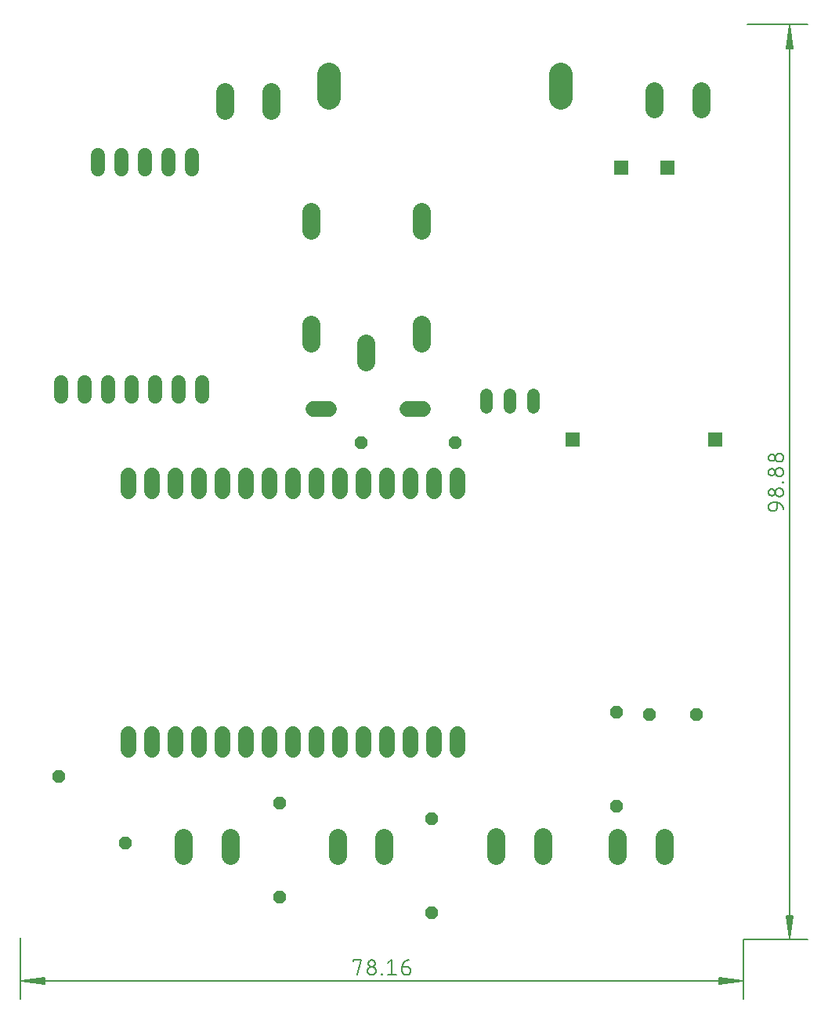
<source format=gbr>
G04 EAGLE Gerber RS-274X export*
G75*
%MOMM*%
%FSLAX34Y34*%
%LPD*%
%INTop Copper*%
%IPPOS*%
%AMOC8*
5,1,8,0,0,1.08239X$1,22.5*%
G01*
%ADD10C,0.130000*%
%ADD11C,0.152400*%
%ADD12C,1.676400*%
%ADD13C,1.524000*%
%ADD14P,1.429621X8X337.500000*%
%ADD15P,1.429621X8X22.500000*%
%ADD16R,1.524000X1.524000*%
%ADD17P,1.429621X8X292.500000*%
%ADD18P,1.429621X8X112.500000*%
%ADD19C,1.981200*%
%ADD20C,2.540000*%
%ADD21C,1.320800*%
%ADD22P,1.429621X8X202.500000*%


D10*
X-469646Y-369316D02*
X-469646Y-435552D01*
X311912Y-435552D02*
X311912Y-371348D01*
X311262Y-416052D02*
X-468996Y-416052D01*
X-443646Y-412860D01*
X-443646Y-419244D01*
X-468996Y-416052D01*
X-443646Y-414752D01*
X-443646Y-417352D02*
X-468996Y-416052D01*
X-443646Y-413452D01*
X-443646Y-418652D02*
X-468996Y-416052D01*
X285912Y-412860D02*
X311262Y-416052D01*
X285912Y-412860D02*
X285912Y-419244D01*
X311262Y-416052D01*
X285912Y-414752D01*
X285912Y-417352D02*
X311262Y-416052D01*
X285912Y-413452D01*
X285912Y-418652D02*
X311262Y-416052D01*
D11*
X-110015Y-395095D02*
X-110015Y-393289D01*
X-100984Y-393289D01*
X-105499Y-409545D01*
X-94384Y-405029D02*
X-94382Y-404896D01*
X-94376Y-404764D01*
X-94366Y-404632D01*
X-94353Y-404500D01*
X-94335Y-404368D01*
X-94314Y-404238D01*
X-94289Y-404107D01*
X-94260Y-403978D01*
X-94227Y-403850D01*
X-94191Y-403722D01*
X-94151Y-403596D01*
X-94107Y-403471D01*
X-94059Y-403347D01*
X-94008Y-403225D01*
X-93953Y-403104D01*
X-93895Y-402985D01*
X-93833Y-402867D01*
X-93768Y-402752D01*
X-93699Y-402638D01*
X-93628Y-402527D01*
X-93552Y-402418D01*
X-93474Y-402311D01*
X-93393Y-402206D01*
X-93308Y-402104D01*
X-93221Y-402004D01*
X-93131Y-401907D01*
X-93038Y-401812D01*
X-92942Y-401721D01*
X-92844Y-401632D01*
X-92743Y-401546D01*
X-92639Y-401463D01*
X-92533Y-401383D01*
X-92425Y-401307D01*
X-92315Y-401233D01*
X-92202Y-401163D01*
X-92088Y-401096D01*
X-91971Y-401033D01*
X-91853Y-400973D01*
X-91733Y-400916D01*
X-91611Y-400863D01*
X-91488Y-400814D01*
X-91364Y-400768D01*
X-91238Y-400726D01*
X-91111Y-400688D01*
X-90983Y-400653D01*
X-90854Y-400622D01*
X-90725Y-400595D01*
X-90594Y-400572D01*
X-90463Y-400552D01*
X-90331Y-400537D01*
X-90199Y-400525D01*
X-90067Y-400517D01*
X-89934Y-400513D01*
X-89802Y-400513D01*
X-89669Y-400517D01*
X-89537Y-400525D01*
X-89405Y-400537D01*
X-89273Y-400552D01*
X-89142Y-400572D01*
X-89011Y-400595D01*
X-88882Y-400622D01*
X-88753Y-400653D01*
X-88625Y-400688D01*
X-88498Y-400726D01*
X-88372Y-400768D01*
X-88248Y-400814D01*
X-88125Y-400863D01*
X-88003Y-400916D01*
X-87883Y-400973D01*
X-87765Y-401033D01*
X-87648Y-401096D01*
X-87534Y-401163D01*
X-87421Y-401233D01*
X-87311Y-401307D01*
X-87203Y-401383D01*
X-87097Y-401463D01*
X-86993Y-401546D01*
X-86892Y-401632D01*
X-86794Y-401721D01*
X-86698Y-401812D01*
X-86605Y-401907D01*
X-86515Y-402004D01*
X-86428Y-402104D01*
X-86343Y-402206D01*
X-86262Y-402311D01*
X-86184Y-402418D01*
X-86108Y-402527D01*
X-86037Y-402638D01*
X-85968Y-402752D01*
X-85903Y-402867D01*
X-85841Y-402985D01*
X-85783Y-403104D01*
X-85728Y-403225D01*
X-85677Y-403347D01*
X-85629Y-403471D01*
X-85585Y-403596D01*
X-85545Y-403722D01*
X-85509Y-403850D01*
X-85476Y-403978D01*
X-85447Y-404107D01*
X-85422Y-404238D01*
X-85401Y-404368D01*
X-85383Y-404500D01*
X-85370Y-404632D01*
X-85360Y-404764D01*
X-85354Y-404896D01*
X-85352Y-405029D01*
X-85354Y-405162D01*
X-85360Y-405294D01*
X-85370Y-405426D01*
X-85383Y-405558D01*
X-85401Y-405690D01*
X-85422Y-405820D01*
X-85447Y-405951D01*
X-85476Y-406080D01*
X-85509Y-406208D01*
X-85545Y-406336D01*
X-85585Y-406462D01*
X-85629Y-406587D01*
X-85677Y-406711D01*
X-85728Y-406833D01*
X-85783Y-406954D01*
X-85841Y-407073D01*
X-85903Y-407191D01*
X-85968Y-407306D01*
X-86037Y-407420D01*
X-86108Y-407531D01*
X-86184Y-407640D01*
X-86262Y-407747D01*
X-86343Y-407852D01*
X-86428Y-407954D01*
X-86515Y-408054D01*
X-86605Y-408151D01*
X-86698Y-408246D01*
X-86794Y-408337D01*
X-86892Y-408426D01*
X-86993Y-408512D01*
X-87097Y-408595D01*
X-87203Y-408675D01*
X-87311Y-408751D01*
X-87421Y-408825D01*
X-87534Y-408895D01*
X-87648Y-408962D01*
X-87765Y-409025D01*
X-87883Y-409085D01*
X-88003Y-409142D01*
X-88125Y-409195D01*
X-88248Y-409244D01*
X-88372Y-409290D01*
X-88498Y-409332D01*
X-88625Y-409370D01*
X-88753Y-409405D01*
X-88882Y-409436D01*
X-89011Y-409463D01*
X-89142Y-409486D01*
X-89273Y-409506D01*
X-89405Y-409521D01*
X-89537Y-409533D01*
X-89669Y-409541D01*
X-89802Y-409545D01*
X-89934Y-409545D01*
X-90067Y-409541D01*
X-90199Y-409533D01*
X-90331Y-409521D01*
X-90463Y-409506D01*
X-90594Y-409486D01*
X-90725Y-409463D01*
X-90854Y-409436D01*
X-90983Y-409405D01*
X-91111Y-409370D01*
X-91238Y-409332D01*
X-91364Y-409290D01*
X-91488Y-409244D01*
X-91611Y-409195D01*
X-91733Y-409142D01*
X-91853Y-409085D01*
X-91971Y-409025D01*
X-92088Y-408962D01*
X-92202Y-408895D01*
X-92315Y-408825D01*
X-92425Y-408751D01*
X-92533Y-408675D01*
X-92639Y-408595D01*
X-92743Y-408512D01*
X-92844Y-408426D01*
X-92942Y-408337D01*
X-93038Y-408246D01*
X-93131Y-408151D01*
X-93221Y-408054D01*
X-93308Y-407954D01*
X-93393Y-407852D01*
X-93474Y-407747D01*
X-93552Y-407640D01*
X-93628Y-407531D01*
X-93699Y-407420D01*
X-93768Y-407306D01*
X-93833Y-407191D01*
X-93895Y-407073D01*
X-93953Y-406954D01*
X-94008Y-406833D01*
X-94059Y-406711D01*
X-94107Y-406587D01*
X-94151Y-406462D01*
X-94191Y-406336D01*
X-94227Y-406208D01*
X-94260Y-406080D01*
X-94289Y-405951D01*
X-94314Y-405820D01*
X-94335Y-405690D01*
X-94353Y-405558D01*
X-94366Y-405426D01*
X-94376Y-405294D01*
X-94382Y-405162D01*
X-94384Y-405029D01*
X-93480Y-396901D02*
X-93478Y-396782D01*
X-93472Y-396662D01*
X-93462Y-396543D01*
X-93448Y-396425D01*
X-93431Y-396306D01*
X-93409Y-396189D01*
X-93384Y-396072D01*
X-93354Y-395957D01*
X-93321Y-395842D01*
X-93284Y-395728D01*
X-93244Y-395616D01*
X-93199Y-395505D01*
X-93151Y-395396D01*
X-93100Y-395288D01*
X-93045Y-395182D01*
X-92986Y-395078D01*
X-92924Y-394976D01*
X-92859Y-394876D01*
X-92790Y-394778D01*
X-92718Y-394682D01*
X-92643Y-394589D01*
X-92566Y-394499D01*
X-92485Y-394411D01*
X-92401Y-394326D01*
X-92314Y-394244D01*
X-92225Y-394164D01*
X-92133Y-394088D01*
X-92039Y-394014D01*
X-91942Y-393944D01*
X-91844Y-393877D01*
X-91743Y-393813D01*
X-91639Y-393753D01*
X-91534Y-393696D01*
X-91427Y-393643D01*
X-91319Y-393593D01*
X-91209Y-393547D01*
X-91097Y-393505D01*
X-90984Y-393466D01*
X-90870Y-393431D01*
X-90755Y-393400D01*
X-90638Y-393372D01*
X-90521Y-393349D01*
X-90404Y-393329D01*
X-90285Y-393313D01*
X-90166Y-393301D01*
X-90047Y-393293D01*
X-89928Y-393289D01*
X-89808Y-393289D01*
X-89689Y-393293D01*
X-89570Y-393301D01*
X-89451Y-393313D01*
X-89332Y-393329D01*
X-89215Y-393349D01*
X-89098Y-393372D01*
X-88981Y-393400D01*
X-88866Y-393431D01*
X-88752Y-393466D01*
X-88639Y-393505D01*
X-88527Y-393547D01*
X-88417Y-393593D01*
X-88309Y-393643D01*
X-88202Y-393696D01*
X-88097Y-393753D01*
X-87993Y-393813D01*
X-87892Y-393877D01*
X-87794Y-393944D01*
X-87697Y-394014D01*
X-87603Y-394088D01*
X-87511Y-394164D01*
X-87422Y-394244D01*
X-87335Y-394326D01*
X-87251Y-394411D01*
X-87170Y-394499D01*
X-87093Y-394589D01*
X-87018Y-394682D01*
X-86946Y-394778D01*
X-86877Y-394876D01*
X-86812Y-394976D01*
X-86750Y-395078D01*
X-86691Y-395182D01*
X-86636Y-395288D01*
X-86585Y-395396D01*
X-86537Y-395505D01*
X-86492Y-395616D01*
X-86452Y-395728D01*
X-86415Y-395842D01*
X-86382Y-395957D01*
X-86352Y-396072D01*
X-86327Y-396189D01*
X-86305Y-396306D01*
X-86288Y-396425D01*
X-86274Y-396543D01*
X-86264Y-396662D01*
X-86258Y-396782D01*
X-86256Y-396901D01*
X-86258Y-397020D01*
X-86264Y-397140D01*
X-86274Y-397259D01*
X-86288Y-397377D01*
X-86305Y-397496D01*
X-86327Y-397613D01*
X-86352Y-397730D01*
X-86382Y-397845D01*
X-86415Y-397960D01*
X-86452Y-398074D01*
X-86492Y-398186D01*
X-86537Y-398297D01*
X-86585Y-398406D01*
X-86636Y-398514D01*
X-86691Y-398620D01*
X-86750Y-398724D01*
X-86812Y-398826D01*
X-86877Y-398926D01*
X-86946Y-399024D01*
X-87018Y-399120D01*
X-87093Y-399213D01*
X-87170Y-399303D01*
X-87251Y-399391D01*
X-87335Y-399476D01*
X-87422Y-399558D01*
X-87511Y-399638D01*
X-87603Y-399714D01*
X-87697Y-399788D01*
X-87794Y-399858D01*
X-87892Y-399925D01*
X-87993Y-399989D01*
X-88097Y-400049D01*
X-88202Y-400106D01*
X-88309Y-400159D01*
X-88417Y-400209D01*
X-88527Y-400255D01*
X-88639Y-400297D01*
X-88752Y-400336D01*
X-88866Y-400371D01*
X-88981Y-400402D01*
X-89098Y-400430D01*
X-89215Y-400453D01*
X-89332Y-400473D01*
X-89451Y-400489D01*
X-89570Y-400501D01*
X-89689Y-400509D01*
X-89808Y-400513D01*
X-89928Y-400513D01*
X-90047Y-400509D01*
X-90166Y-400501D01*
X-90285Y-400489D01*
X-90404Y-400473D01*
X-90521Y-400453D01*
X-90638Y-400430D01*
X-90755Y-400402D01*
X-90870Y-400371D01*
X-90984Y-400336D01*
X-91097Y-400297D01*
X-91209Y-400255D01*
X-91319Y-400209D01*
X-91427Y-400159D01*
X-91534Y-400106D01*
X-91639Y-400049D01*
X-91743Y-399989D01*
X-91844Y-399925D01*
X-91942Y-399858D01*
X-92039Y-399788D01*
X-92133Y-399714D01*
X-92225Y-399638D01*
X-92314Y-399558D01*
X-92401Y-399476D01*
X-92485Y-399391D01*
X-92566Y-399303D01*
X-92643Y-399213D01*
X-92718Y-399120D01*
X-92790Y-399024D01*
X-92859Y-398926D01*
X-92924Y-398826D01*
X-92986Y-398724D01*
X-93045Y-398620D01*
X-93100Y-398514D01*
X-93151Y-398406D01*
X-93199Y-398297D01*
X-93244Y-398186D01*
X-93284Y-398074D01*
X-93321Y-397960D01*
X-93354Y-397845D01*
X-93384Y-397730D01*
X-93409Y-397613D01*
X-93431Y-397496D01*
X-93448Y-397377D01*
X-93462Y-397259D01*
X-93472Y-397140D01*
X-93478Y-397020D01*
X-93480Y-396901D01*
X-79378Y-408642D02*
X-79378Y-409545D01*
X-79378Y-408642D02*
X-78475Y-408642D01*
X-78475Y-409545D01*
X-79378Y-409545D01*
X-72500Y-396901D02*
X-67985Y-393289D01*
X-67985Y-409545D01*
X-72500Y-409545D02*
X-63469Y-409545D01*
X-56869Y-400514D02*
X-51450Y-400514D01*
X-51332Y-400516D01*
X-51214Y-400522D01*
X-51096Y-400531D01*
X-50979Y-400545D01*
X-50862Y-400562D01*
X-50745Y-400583D01*
X-50630Y-400608D01*
X-50515Y-400637D01*
X-50401Y-400670D01*
X-50289Y-400706D01*
X-50178Y-400746D01*
X-50068Y-400789D01*
X-49959Y-400836D01*
X-49852Y-400886D01*
X-49747Y-400941D01*
X-49644Y-400998D01*
X-49543Y-401059D01*
X-49443Y-401123D01*
X-49346Y-401190D01*
X-49251Y-401260D01*
X-49159Y-401334D01*
X-49068Y-401410D01*
X-48981Y-401490D01*
X-48896Y-401572D01*
X-48814Y-401657D01*
X-48734Y-401744D01*
X-48658Y-401835D01*
X-48584Y-401927D01*
X-48514Y-402022D01*
X-48447Y-402119D01*
X-48383Y-402219D01*
X-48322Y-402320D01*
X-48265Y-402423D01*
X-48210Y-402528D01*
X-48160Y-402635D01*
X-48113Y-402744D01*
X-48070Y-402854D01*
X-48030Y-402965D01*
X-47994Y-403077D01*
X-47961Y-403191D01*
X-47932Y-403306D01*
X-47907Y-403421D01*
X-47886Y-403538D01*
X-47869Y-403655D01*
X-47855Y-403772D01*
X-47846Y-403890D01*
X-47840Y-404008D01*
X-47838Y-404126D01*
X-47838Y-405029D01*
X-47837Y-405029D02*
X-47839Y-405162D01*
X-47845Y-405294D01*
X-47855Y-405426D01*
X-47868Y-405558D01*
X-47886Y-405690D01*
X-47907Y-405820D01*
X-47932Y-405951D01*
X-47961Y-406080D01*
X-47994Y-406208D01*
X-48030Y-406336D01*
X-48070Y-406462D01*
X-48114Y-406587D01*
X-48162Y-406711D01*
X-48213Y-406833D01*
X-48268Y-406954D01*
X-48326Y-407073D01*
X-48388Y-407191D01*
X-48453Y-407306D01*
X-48522Y-407420D01*
X-48593Y-407531D01*
X-48669Y-407640D01*
X-48747Y-407747D01*
X-48828Y-407852D01*
X-48913Y-407954D01*
X-49000Y-408054D01*
X-49090Y-408151D01*
X-49183Y-408246D01*
X-49279Y-408337D01*
X-49377Y-408426D01*
X-49478Y-408512D01*
X-49582Y-408595D01*
X-49688Y-408675D01*
X-49796Y-408751D01*
X-49906Y-408825D01*
X-50019Y-408895D01*
X-50133Y-408962D01*
X-50250Y-409025D01*
X-50368Y-409085D01*
X-50488Y-409142D01*
X-50610Y-409195D01*
X-50733Y-409244D01*
X-50857Y-409290D01*
X-50983Y-409332D01*
X-51110Y-409370D01*
X-51238Y-409405D01*
X-51367Y-409436D01*
X-51496Y-409463D01*
X-51627Y-409486D01*
X-51758Y-409506D01*
X-51890Y-409521D01*
X-52022Y-409533D01*
X-52154Y-409541D01*
X-52287Y-409545D01*
X-52419Y-409545D01*
X-52552Y-409541D01*
X-52684Y-409533D01*
X-52816Y-409521D01*
X-52948Y-409506D01*
X-53079Y-409486D01*
X-53210Y-409463D01*
X-53339Y-409436D01*
X-53468Y-409405D01*
X-53596Y-409370D01*
X-53723Y-409332D01*
X-53849Y-409290D01*
X-53973Y-409244D01*
X-54096Y-409195D01*
X-54218Y-409142D01*
X-54338Y-409085D01*
X-54456Y-409025D01*
X-54573Y-408962D01*
X-54687Y-408895D01*
X-54800Y-408825D01*
X-54910Y-408751D01*
X-55018Y-408675D01*
X-55124Y-408595D01*
X-55228Y-408512D01*
X-55329Y-408426D01*
X-55427Y-408337D01*
X-55523Y-408246D01*
X-55616Y-408151D01*
X-55706Y-408054D01*
X-55793Y-407954D01*
X-55878Y-407852D01*
X-55959Y-407747D01*
X-56037Y-407640D01*
X-56113Y-407531D01*
X-56184Y-407420D01*
X-56253Y-407306D01*
X-56318Y-407191D01*
X-56380Y-407073D01*
X-56438Y-406954D01*
X-56493Y-406833D01*
X-56544Y-406711D01*
X-56592Y-406587D01*
X-56636Y-406462D01*
X-56676Y-406336D01*
X-56712Y-406208D01*
X-56745Y-406080D01*
X-56774Y-405951D01*
X-56799Y-405820D01*
X-56820Y-405690D01*
X-56838Y-405558D01*
X-56851Y-405426D01*
X-56861Y-405294D01*
X-56867Y-405162D01*
X-56869Y-405029D01*
X-56869Y-400514D01*
X-56867Y-400337D01*
X-56860Y-400159D01*
X-56849Y-399982D01*
X-56834Y-399806D01*
X-56815Y-399630D01*
X-56791Y-399454D01*
X-56763Y-399279D01*
X-56730Y-399104D01*
X-56693Y-398931D01*
X-56652Y-398758D01*
X-56607Y-398587D01*
X-56558Y-398417D01*
X-56504Y-398248D01*
X-56447Y-398080D01*
X-56385Y-397914D01*
X-56319Y-397749D01*
X-56249Y-397586D01*
X-56175Y-397425D01*
X-56098Y-397266D01*
X-56016Y-397108D01*
X-55930Y-396953D01*
X-55841Y-396800D01*
X-55748Y-396649D01*
X-55651Y-396500D01*
X-55551Y-396354D01*
X-55447Y-396210D01*
X-55340Y-396069D01*
X-55229Y-395931D01*
X-55115Y-395795D01*
X-54997Y-395662D01*
X-54877Y-395532D01*
X-54753Y-395405D01*
X-54626Y-395281D01*
X-54496Y-395161D01*
X-54363Y-395043D01*
X-54228Y-394929D01*
X-54089Y-394818D01*
X-53948Y-394711D01*
X-53804Y-394607D01*
X-53658Y-394507D01*
X-53509Y-394410D01*
X-53358Y-394317D01*
X-53205Y-394228D01*
X-53050Y-394142D01*
X-52892Y-394060D01*
X-52733Y-393983D01*
X-52572Y-393909D01*
X-52409Y-393839D01*
X-52244Y-393773D01*
X-52078Y-393711D01*
X-51910Y-393654D01*
X-51741Y-393600D01*
X-51571Y-393551D01*
X-51400Y-393506D01*
X-51227Y-393465D01*
X-51054Y-393428D01*
X-50879Y-393395D01*
X-50704Y-393367D01*
X-50528Y-393343D01*
X-50352Y-393324D01*
X-50176Y-393309D01*
X-49999Y-393298D01*
X-49821Y-393291D01*
X-49644Y-393289D01*
D10*
X311912Y-371348D02*
X381196Y-371348D01*
X381196Y617474D02*
X316230Y617474D01*
X361696Y616824D02*
X361696Y-370698D01*
X358504Y-345348D01*
X364888Y-345348D01*
X361696Y-370698D01*
X360396Y-345348D01*
X362996Y-345348D02*
X361696Y-370698D01*
X359096Y-345348D01*
X364296Y-345348D02*
X361696Y-370698D01*
X358504Y591474D02*
X361696Y616824D01*
X358504Y591474D02*
X364888Y591474D01*
X361696Y616824D01*
X360396Y591474D01*
X362996Y591474D02*
X361696Y616824D01*
X359096Y591474D01*
X364296Y591474D02*
X361696Y616824D01*
D11*
X347964Y100946D02*
X347964Y95527D01*
X347962Y95409D01*
X347956Y95291D01*
X347947Y95173D01*
X347933Y95056D01*
X347916Y94939D01*
X347895Y94822D01*
X347870Y94707D01*
X347841Y94592D01*
X347808Y94478D01*
X347772Y94366D01*
X347732Y94255D01*
X347689Y94145D01*
X347642Y94036D01*
X347592Y93929D01*
X347537Y93824D01*
X347480Y93721D01*
X347419Y93620D01*
X347355Y93520D01*
X347288Y93423D01*
X347218Y93328D01*
X347144Y93236D01*
X347068Y93145D01*
X346988Y93058D01*
X346906Y92973D01*
X346821Y92891D01*
X346734Y92811D01*
X346643Y92735D01*
X346551Y92661D01*
X346456Y92591D01*
X346359Y92524D01*
X346259Y92460D01*
X346158Y92399D01*
X346055Y92342D01*
X345950Y92287D01*
X345843Y92237D01*
X345734Y92190D01*
X345624Y92147D01*
X345513Y92107D01*
X345401Y92071D01*
X345287Y92038D01*
X345172Y92009D01*
X345057Y91984D01*
X344940Y91963D01*
X344823Y91946D01*
X344706Y91932D01*
X344588Y91923D01*
X344470Y91917D01*
X344352Y91915D01*
X343449Y91915D01*
X343316Y91917D01*
X343184Y91923D01*
X343052Y91933D01*
X342920Y91946D01*
X342788Y91964D01*
X342658Y91985D01*
X342527Y92010D01*
X342398Y92039D01*
X342270Y92072D01*
X342142Y92108D01*
X342016Y92148D01*
X341891Y92192D01*
X341767Y92240D01*
X341645Y92291D01*
X341524Y92346D01*
X341405Y92404D01*
X341287Y92466D01*
X341172Y92531D01*
X341058Y92600D01*
X340947Y92671D01*
X340838Y92747D01*
X340731Y92825D01*
X340626Y92906D01*
X340524Y92991D01*
X340424Y93078D01*
X340327Y93168D01*
X340232Y93261D01*
X340141Y93357D01*
X340052Y93455D01*
X339966Y93556D01*
X339883Y93660D01*
X339803Y93766D01*
X339727Y93874D01*
X339653Y93984D01*
X339583Y94097D01*
X339516Y94211D01*
X339453Y94328D01*
X339393Y94446D01*
X339336Y94566D01*
X339283Y94688D01*
X339234Y94811D01*
X339188Y94935D01*
X339146Y95061D01*
X339108Y95188D01*
X339073Y95316D01*
X339042Y95445D01*
X339015Y95574D01*
X338992Y95705D01*
X338972Y95836D01*
X338957Y95968D01*
X338945Y96100D01*
X338937Y96232D01*
X338933Y96365D01*
X338933Y96497D01*
X338937Y96630D01*
X338945Y96762D01*
X338957Y96894D01*
X338972Y97026D01*
X338992Y97157D01*
X339015Y97288D01*
X339042Y97417D01*
X339073Y97546D01*
X339108Y97674D01*
X339146Y97801D01*
X339188Y97927D01*
X339234Y98051D01*
X339283Y98174D01*
X339336Y98296D01*
X339393Y98416D01*
X339453Y98534D01*
X339516Y98651D01*
X339583Y98765D01*
X339653Y98878D01*
X339727Y98988D01*
X339803Y99096D01*
X339883Y99202D01*
X339966Y99306D01*
X340052Y99407D01*
X340141Y99505D01*
X340232Y99601D01*
X340327Y99694D01*
X340424Y99784D01*
X340524Y99871D01*
X340626Y99956D01*
X340731Y100037D01*
X340838Y100115D01*
X340947Y100191D01*
X341058Y100262D01*
X341172Y100331D01*
X341287Y100396D01*
X341405Y100458D01*
X341524Y100516D01*
X341645Y100571D01*
X341767Y100622D01*
X341891Y100670D01*
X342016Y100714D01*
X342142Y100754D01*
X342270Y100790D01*
X342398Y100823D01*
X342527Y100852D01*
X342658Y100877D01*
X342788Y100898D01*
X342920Y100916D01*
X343052Y100929D01*
X343184Y100939D01*
X343316Y100945D01*
X343449Y100947D01*
X343449Y100946D02*
X347964Y100946D01*
X348139Y100944D01*
X348313Y100938D01*
X348487Y100927D01*
X348661Y100912D01*
X348835Y100893D01*
X349008Y100870D01*
X349180Y100843D01*
X349352Y100811D01*
X349523Y100776D01*
X349693Y100736D01*
X349862Y100692D01*
X350030Y100644D01*
X350197Y100592D01*
X350362Y100536D01*
X350526Y100476D01*
X350689Y100413D01*
X350849Y100345D01*
X351009Y100273D01*
X351166Y100198D01*
X351322Y100118D01*
X351475Y100035D01*
X351627Y99949D01*
X351776Y99858D01*
X351923Y99764D01*
X352068Y99667D01*
X352211Y99566D01*
X352351Y99462D01*
X352488Y99354D01*
X352623Y99243D01*
X352755Y99129D01*
X352884Y99012D01*
X353011Y98891D01*
X353134Y98768D01*
X353255Y98641D01*
X353372Y98512D01*
X353486Y98380D01*
X353597Y98245D01*
X353705Y98108D01*
X353809Y97968D01*
X353910Y97825D01*
X354007Y97680D01*
X354101Y97533D01*
X354192Y97384D01*
X354278Y97232D01*
X354361Y97079D01*
X354441Y96923D01*
X354516Y96766D01*
X354588Y96606D01*
X354656Y96446D01*
X354719Y96283D01*
X354779Y96119D01*
X354835Y95954D01*
X354887Y95787D01*
X354935Y95619D01*
X354979Y95450D01*
X355019Y95280D01*
X355054Y95109D01*
X355086Y94937D01*
X355113Y94765D01*
X355136Y94592D01*
X355155Y94418D01*
X355170Y94244D01*
X355181Y94070D01*
X355187Y93896D01*
X355189Y93721D01*
X350673Y107546D02*
X350540Y107548D01*
X350408Y107554D01*
X350276Y107564D01*
X350144Y107577D01*
X350012Y107595D01*
X349882Y107616D01*
X349751Y107641D01*
X349622Y107670D01*
X349494Y107703D01*
X349366Y107739D01*
X349240Y107779D01*
X349115Y107823D01*
X348991Y107871D01*
X348869Y107922D01*
X348748Y107977D01*
X348629Y108035D01*
X348511Y108097D01*
X348396Y108162D01*
X348282Y108231D01*
X348171Y108302D01*
X348062Y108378D01*
X347955Y108456D01*
X347850Y108537D01*
X347748Y108622D01*
X347648Y108709D01*
X347551Y108799D01*
X347456Y108892D01*
X347365Y108988D01*
X347276Y109086D01*
X347190Y109187D01*
X347107Y109291D01*
X347027Y109397D01*
X346951Y109505D01*
X346877Y109615D01*
X346807Y109728D01*
X346740Y109842D01*
X346677Y109959D01*
X346617Y110077D01*
X346560Y110197D01*
X346507Y110319D01*
X346458Y110442D01*
X346412Y110566D01*
X346370Y110692D01*
X346332Y110819D01*
X346297Y110947D01*
X346266Y111076D01*
X346239Y111205D01*
X346216Y111336D01*
X346196Y111467D01*
X346181Y111599D01*
X346169Y111731D01*
X346161Y111863D01*
X346157Y111996D01*
X346157Y112128D01*
X346161Y112261D01*
X346169Y112393D01*
X346181Y112525D01*
X346196Y112657D01*
X346216Y112788D01*
X346239Y112919D01*
X346266Y113048D01*
X346297Y113177D01*
X346332Y113305D01*
X346370Y113432D01*
X346412Y113558D01*
X346458Y113682D01*
X346507Y113805D01*
X346560Y113927D01*
X346617Y114047D01*
X346677Y114165D01*
X346740Y114282D01*
X346807Y114396D01*
X346877Y114509D01*
X346951Y114619D01*
X347027Y114727D01*
X347107Y114833D01*
X347190Y114937D01*
X347276Y115038D01*
X347365Y115136D01*
X347456Y115232D01*
X347551Y115325D01*
X347648Y115415D01*
X347748Y115502D01*
X347850Y115587D01*
X347955Y115668D01*
X348062Y115746D01*
X348171Y115822D01*
X348282Y115893D01*
X348396Y115962D01*
X348511Y116027D01*
X348629Y116089D01*
X348748Y116147D01*
X348869Y116202D01*
X348991Y116253D01*
X349115Y116301D01*
X349240Y116345D01*
X349366Y116385D01*
X349494Y116421D01*
X349622Y116454D01*
X349751Y116483D01*
X349882Y116508D01*
X350012Y116529D01*
X350144Y116547D01*
X350276Y116560D01*
X350408Y116570D01*
X350540Y116576D01*
X350673Y116578D01*
X350806Y116576D01*
X350938Y116570D01*
X351070Y116560D01*
X351202Y116547D01*
X351334Y116529D01*
X351464Y116508D01*
X351595Y116483D01*
X351724Y116454D01*
X351852Y116421D01*
X351980Y116385D01*
X352106Y116345D01*
X352231Y116301D01*
X352355Y116253D01*
X352477Y116202D01*
X352598Y116147D01*
X352717Y116089D01*
X352835Y116027D01*
X352950Y115962D01*
X353064Y115893D01*
X353175Y115822D01*
X353284Y115746D01*
X353391Y115668D01*
X353496Y115587D01*
X353598Y115502D01*
X353698Y115415D01*
X353795Y115325D01*
X353890Y115232D01*
X353981Y115136D01*
X354070Y115038D01*
X354156Y114937D01*
X354239Y114833D01*
X354319Y114727D01*
X354395Y114619D01*
X354469Y114509D01*
X354539Y114396D01*
X354606Y114282D01*
X354669Y114165D01*
X354729Y114047D01*
X354786Y113927D01*
X354839Y113805D01*
X354888Y113682D01*
X354934Y113558D01*
X354976Y113432D01*
X355014Y113305D01*
X355049Y113177D01*
X355080Y113048D01*
X355107Y112919D01*
X355130Y112788D01*
X355150Y112657D01*
X355165Y112525D01*
X355177Y112393D01*
X355185Y112261D01*
X355189Y112128D01*
X355189Y111996D01*
X355185Y111863D01*
X355177Y111731D01*
X355165Y111599D01*
X355150Y111467D01*
X355130Y111336D01*
X355107Y111205D01*
X355080Y111076D01*
X355049Y110947D01*
X355014Y110819D01*
X354976Y110692D01*
X354934Y110566D01*
X354888Y110442D01*
X354839Y110319D01*
X354786Y110197D01*
X354729Y110077D01*
X354669Y109959D01*
X354606Y109842D01*
X354539Y109728D01*
X354469Y109615D01*
X354395Y109505D01*
X354319Y109397D01*
X354239Y109291D01*
X354156Y109187D01*
X354070Y109086D01*
X353981Y108988D01*
X353890Y108892D01*
X353795Y108799D01*
X353698Y108709D01*
X353598Y108622D01*
X353496Y108537D01*
X353391Y108456D01*
X353284Y108378D01*
X353175Y108302D01*
X353064Y108231D01*
X352950Y108162D01*
X352835Y108097D01*
X352717Y108035D01*
X352598Y107977D01*
X352477Y107922D01*
X352355Y107871D01*
X352231Y107823D01*
X352106Y107779D01*
X351980Y107739D01*
X351852Y107703D01*
X351724Y107670D01*
X351595Y107641D01*
X351464Y107616D01*
X351334Y107595D01*
X351202Y107577D01*
X351070Y107564D01*
X350938Y107554D01*
X350806Y107548D01*
X350673Y107546D01*
X342545Y108450D02*
X342426Y108452D01*
X342306Y108458D01*
X342187Y108468D01*
X342069Y108482D01*
X341950Y108499D01*
X341833Y108521D01*
X341716Y108546D01*
X341601Y108576D01*
X341486Y108609D01*
X341372Y108646D01*
X341260Y108686D01*
X341149Y108731D01*
X341040Y108779D01*
X340932Y108830D01*
X340826Y108885D01*
X340722Y108944D01*
X340620Y109006D01*
X340520Y109071D01*
X340422Y109140D01*
X340326Y109212D01*
X340233Y109287D01*
X340143Y109364D01*
X340055Y109445D01*
X339970Y109529D01*
X339888Y109616D01*
X339808Y109705D01*
X339732Y109797D01*
X339658Y109891D01*
X339588Y109988D01*
X339521Y110086D01*
X339457Y110187D01*
X339397Y110291D01*
X339340Y110396D01*
X339287Y110503D01*
X339237Y110611D01*
X339191Y110721D01*
X339149Y110833D01*
X339110Y110946D01*
X339075Y111060D01*
X339044Y111175D01*
X339016Y111292D01*
X338993Y111409D01*
X338973Y111526D01*
X338957Y111645D01*
X338945Y111764D01*
X338937Y111883D01*
X338933Y112002D01*
X338933Y112122D01*
X338937Y112241D01*
X338945Y112360D01*
X338957Y112479D01*
X338973Y112598D01*
X338993Y112715D01*
X339016Y112832D01*
X339044Y112949D01*
X339075Y113064D01*
X339110Y113178D01*
X339149Y113291D01*
X339191Y113403D01*
X339237Y113513D01*
X339287Y113621D01*
X339340Y113728D01*
X339397Y113833D01*
X339457Y113937D01*
X339521Y114038D01*
X339588Y114136D01*
X339658Y114233D01*
X339732Y114327D01*
X339808Y114419D01*
X339888Y114508D01*
X339970Y114595D01*
X340055Y114679D01*
X340143Y114760D01*
X340233Y114837D01*
X340326Y114912D01*
X340422Y114984D01*
X340520Y115053D01*
X340620Y115118D01*
X340722Y115180D01*
X340826Y115239D01*
X340932Y115294D01*
X341040Y115345D01*
X341149Y115393D01*
X341260Y115438D01*
X341372Y115478D01*
X341486Y115515D01*
X341601Y115548D01*
X341716Y115578D01*
X341833Y115603D01*
X341950Y115625D01*
X342069Y115642D01*
X342187Y115656D01*
X342306Y115666D01*
X342426Y115672D01*
X342545Y115674D01*
X342664Y115672D01*
X342784Y115666D01*
X342903Y115656D01*
X343021Y115642D01*
X343140Y115625D01*
X343257Y115603D01*
X343374Y115578D01*
X343489Y115548D01*
X343604Y115515D01*
X343718Y115478D01*
X343830Y115438D01*
X343941Y115393D01*
X344050Y115345D01*
X344158Y115294D01*
X344264Y115239D01*
X344368Y115180D01*
X344470Y115118D01*
X344570Y115053D01*
X344668Y114984D01*
X344764Y114912D01*
X344857Y114837D01*
X344947Y114760D01*
X345035Y114679D01*
X345120Y114595D01*
X345202Y114508D01*
X345282Y114419D01*
X345358Y114327D01*
X345432Y114233D01*
X345502Y114136D01*
X345569Y114038D01*
X345633Y113937D01*
X345693Y113833D01*
X345750Y113728D01*
X345803Y113621D01*
X345853Y113513D01*
X345899Y113403D01*
X345941Y113291D01*
X345980Y113178D01*
X346015Y113064D01*
X346046Y112949D01*
X346074Y112832D01*
X346097Y112715D01*
X346117Y112598D01*
X346133Y112479D01*
X346145Y112360D01*
X346153Y112241D01*
X346157Y112122D01*
X346157Y112002D01*
X346153Y111883D01*
X346145Y111764D01*
X346133Y111645D01*
X346117Y111526D01*
X346097Y111409D01*
X346074Y111292D01*
X346046Y111175D01*
X346015Y111060D01*
X345980Y110946D01*
X345941Y110833D01*
X345899Y110721D01*
X345853Y110611D01*
X345803Y110503D01*
X345750Y110396D01*
X345693Y110291D01*
X345633Y110187D01*
X345569Y110086D01*
X345502Y109988D01*
X345432Y109891D01*
X345358Y109797D01*
X345282Y109705D01*
X345202Y109616D01*
X345120Y109529D01*
X345035Y109445D01*
X344947Y109364D01*
X344857Y109287D01*
X344764Y109212D01*
X344668Y109140D01*
X344570Y109071D01*
X344470Y109006D01*
X344368Y108944D01*
X344264Y108885D01*
X344158Y108830D01*
X344050Y108779D01*
X343941Y108731D01*
X343830Y108686D01*
X343718Y108646D01*
X343604Y108609D01*
X343489Y108576D01*
X343374Y108546D01*
X343257Y108521D01*
X343140Y108499D01*
X343021Y108482D01*
X342903Y108468D01*
X342784Y108458D01*
X342664Y108452D01*
X342545Y108450D01*
X354286Y122552D02*
X355189Y122552D01*
X354286Y122552D02*
X354286Y123455D01*
X355189Y123455D01*
X355189Y122552D01*
X350673Y129429D02*
X350540Y129431D01*
X350408Y129437D01*
X350276Y129447D01*
X350144Y129460D01*
X350012Y129478D01*
X349882Y129499D01*
X349751Y129524D01*
X349622Y129553D01*
X349494Y129586D01*
X349366Y129622D01*
X349240Y129662D01*
X349115Y129706D01*
X348991Y129754D01*
X348869Y129805D01*
X348748Y129860D01*
X348629Y129918D01*
X348511Y129980D01*
X348396Y130045D01*
X348282Y130114D01*
X348171Y130185D01*
X348062Y130261D01*
X347955Y130339D01*
X347850Y130420D01*
X347748Y130505D01*
X347648Y130592D01*
X347551Y130682D01*
X347456Y130775D01*
X347365Y130871D01*
X347276Y130969D01*
X347190Y131070D01*
X347107Y131174D01*
X347027Y131280D01*
X346951Y131388D01*
X346877Y131498D01*
X346807Y131611D01*
X346740Y131725D01*
X346677Y131842D01*
X346617Y131960D01*
X346560Y132080D01*
X346507Y132202D01*
X346458Y132325D01*
X346412Y132449D01*
X346370Y132575D01*
X346332Y132702D01*
X346297Y132830D01*
X346266Y132959D01*
X346239Y133088D01*
X346216Y133219D01*
X346196Y133350D01*
X346181Y133482D01*
X346169Y133614D01*
X346161Y133746D01*
X346157Y133879D01*
X346157Y134011D01*
X346161Y134144D01*
X346169Y134276D01*
X346181Y134408D01*
X346196Y134540D01*
X346216Y134671D01*
X346239Y134802D01*
X346266Y134931D01*
X346297Y135060D01*
X346332Y135188D01*
X346370Y135315D01*
X346412Y135441D01*
X346458Y135565D01*
X346507Y135688D01*
X346560Y135810D01*
X346617Y135930D01*
X346677Y136048D01*
X346740Y136165D01*
X346807Y136279D01*
X346877Y136392D01*
X346951Y136502D01*
X347027Y136610D01*
X347107Y136716D01*
X347190Y136820D01*
X347276Y136921D01*
X347365Y137019D01*
X347456Y137115D01*
X347551Y137208D01*
X347648Y137298D01*
X347748Y137385D01*
X347850Y137470D01*
X347955Y137551D01*
X348062Y137629D01*
X348171Y137705D01*
X348282Y137776D01*
X348396Y137845D01*
X348511Y137910D01*
X348629Y137972D01*
X348748Y138030D01*
X348869Y138085D01*
X348991Y138136D01*
X349115Y138184D01*
X349240Y138228D01*
X349366Y138268D01*
X349494Y138304D01*
X349622Y138337D01*
X349751Y138366D01*
X349882Y138391D01*
X350012Y138412D01*
X350144Y138430D01*
X350276Y138443D01*
X350408Y138453D01*
X350540Y138459D01*
X350673Y138461D01*
X350806Y138459D01*
X350938Y138453D01*
X351070Y138443D01*
X351202Y138430D01*
X351334Y138412D01*
X351464Y138391D01*
X351595Y138366D01*
X351724Y138337D01*
X351852Y138304D01*
X351980Y138268D01*
X352106Y138228D01*
X352231Y138184D01*
X352355Y138136D01*
X352477Y138085D01*
X352598Y138030D01*
X352717Y137972D01*
X352835Y137910D01*
X352950Y137845D01*
X353064Y137776D01*
X353175Y137705D01*
X353284Y137629D01*
X353391Y137551D01*
X353496Y137470D01*
X353598Y137385D01*
X353698Y137298D01*
X353795Y137208D01*
X353890Y137115D01*
X353981Y137019D01*
X354070Y136921D01*
X354156Y136820D01*
X354239Y136716D01*
X354319Y136610D01*
X354395Y136502D01*
X354469Y136392D01*
X354539Y136279D01*
X354606Y136165D01*
X354669Y136048D01*
X354729Y135930D01*
X354786Y135810D01*
X354839Y135688D01*
X354888Y135565D01*
X354934Y135441D01*
X354976Y135315D01*
X355014Y135188D01*
X355049Y135060D01*
X355080Y134931D01*
X355107Y134802D01*
X355130Y134671D01*
X355150Y134540D01*
X355165Y134408D01*
X355177Y134276D01*
X355185Y134144D01*
X355189Y134011D01*
X355189Y133879D01*
X355185Y133746D01*
X355177Y133614D01*
X355165Y133482D01*
X355150Y133350D01*
X355130Y133219D01*
X355107Y133088D01*
X355080Y132959D01*
X355049Y132830D01*
X355014Y132702D01*
X354976Y132575D01*
X354934Y132449D01*
X354888Y132325D01*
X354839Y132202D01*
X354786Y132080D01*
X354729Y131960D01*
X354669Y131842D01*
X354606Y131725D01*
X354539Y131611D01*
X354469Y131498D01*
X354395Y131388D01*
X354319Y131280D01*
X354239Y131174D01*
X354156Y131070D01*
X354070Y130969D01*
X353981Y130871D01*
X353890Y130775D01*
X353795Y130682D01*
X353698Y130592D01*
X353598Y130505D01*
X353496Y130420D01*
X353391Y130339D01*
X353284Y130261D01*
X353175Y130185D01*
X353064Y130114D01*
X352950Y130045D01*
X352835Y129980D01*
X352717Y129918D01*
X352598Y129860D01*
X352477Y129805D01*
X352355Y129754D01*
X352231Y129706D01*
X352106Y129662D01*
X351980Y129622D01*
X351852Y129586D01*
X351724Y129553D01*
X351595Y129524D01*
X351464Y129499D01*
X351334Y129478D01*
X351202Y129460D01*
X351070Y129447D01*
X350938Y129437D01*
X350806Y129431D01*
X350673Y129429D01*
X342545Y130333D02*
X342426Y130335D01*
X342306Y130341D01*
X342187Y130351D01*
X342069Y130365D01*
X341950Y130382D01*
X341833Y130404D01*
X341716Y130429D01*
X341601Y130459D01*
X341486Y130492D01*
X341372Y130529D01*
X341260Y130569D01*
X341149Y130614D01*
X341040Y130662D01*
X340932Y130713D01*
X340826Y130768D01*
X340722Y130827D01*
X340620Y130889D01*
X340520Y130954D01*
X340422Y131023D01*
X340326Y131095D01*
X340233Y131170D01*
X340143Y131247D01*
X340055Y131328D01*
X339970Y131412D01*
X339888Y131499D01*
X339808Y131588D01*
X339732Y131680D01*
X339658Y131774D01*
X339588Y131871D01*
X339521Y131969D01*
X339457Y132070D01*
X339397Y132174D01*
X339340Y132279D01*
X339287Y132386D01*
X339237Y132494D01*
X339191Y132604D01*
X339149Y132716D01*
X339110Y132829D01*
X339075Y132943D01*
X339044Y133058D01*
X339016Y133175D01*
X338993Y133292D01*
X338973Y133409D01*
X338957Y133528D01*
X338945Y133647D01*
X338937Y133766D01*
X338933Y133885D01*
X338933Y134005D01*
X338937Y134124D01*
X338945Y134243D01*
X338957Y134362D01*
X338973Y134481D01*
X338993Y134598D01*
X339016Y134715D01*
X339044Y134832D01*
X339075Y134947D01*
X339110Y135061D01*
X339149Y135174D01*
X339191Y135286D01*
X339237Y135396D01*
X339287Y135504D01*
X339340Y135611D01*
X339397Y135716D01*
X339457Y135820D01*
X339521Y135921D01*
X339588Y136019D01*
X339658Y136116D01*
X339732Y136210D01*
X339808Y136302D01*
X339888Y136391D01*
X339970Y136478D01*
X340055Y136562D01*
X340143Y136643D01*
X340233Y136720D01*
X340326Y136795D01*
X340422Y136867D01*
X340520Y136936D01*
X340620Y137001D01*
X340722Y137063D01*
X340826Y137122D01*
X340932Y137177D01*
X341040Y137228D01*
X341149Y137276D01*
X341260Y137321D01*
X341372Y137361D01*
X341486Y137398D01*
X341601Y137431D01*
X341716Y137461D01*
X341833Y137486D01*
X341950Y137508D01*
X342069Y137525D01*
X342187Y137539D01*
X342306Y137549D01*
X342426Y137555D01*
X342545Y137557D01*
X342664Y137555D01*
X342784Y137549D01*
X342903Y137539D01*
X343021Y137525D01*
X343140Y137508D01*
X343257Y137486D01*
X343374Y137461D01*
X343489Y137431D01*
X343604Y137398D01*
X343718Y137361D01*
X343830Y137321D01*
X343941Y137276D01*
X344050Y137228D01*
X344158Y137177D01*
X344264Y137122D01*
X344368Y137063D01*
X344470Y137001D01*
X344570Y136936D01*
X344668Y136867D01*
X344764Y136795D01*
X344857Y136720D01*
X344947Y136643D01*
X345035Y136562D01*
X345120Y136478D01*
X345202Y136391D01*
X345282Y136302D01*
X345358Y136210D01*
X345432Y136116D01*
X345502Y136019D01*
X345569Y135921D01*
X345633Y135820D01*
X345693Y135716D01*
X345750Y135611D01*
X345803Y135504D01*
X345853Y135396D01*
X345899Y135286D01*
X345941Y135174D01*
X345980Y135061D01*
X346015Y134947D01*
X346046Y134832D01*
X346074Y134715D01*
X346097Y134598D01*
X346117Y134481D01*
X346133Y134362D01*
X346145Y134243D01*
X346153Y134124D01*
X346157Y134005D01*
X346157Y133885D01*
X346153Y133766D01*
X346145Y133647D01*
X346133Y133528D01*
X346117Y133409D01*
X346097Y133292D01*
X346074Y133175D01*
X346046Y133058D01*
X346015Y132943D01*
X345980Y132829D01*
X345941Y132716D01*
X345899Y132604D01*
X345853Y132494D01*
X345803Y132386D01*
X345750Y132279D01*
X345693Y132174D01*
X345633Y132070D01*
X345569Y131969D01*
X345502Y131871D01*
X345432Y131774D01*
X345358Y131680D01*
X345282Y131588D01*
X345202Y131499D01*
X345120Y131412D01*
X345035Y131328D01*
X344947Y131247D01*
X344857Y131170D01*
X344764Y131095D01*
X344668Y131023D01*
X344570Y130954D01*
X344470Y130889D01*
X344368Y130827D01*
X344264Y130768D01*
X344158Y130713D01*
X344050Y130662D01*
X343941Y130614D01*
X343830Y130569D01*
X343718Y130529D01*
X343604Y130492D01*
X343489Y130459D01*
X343374Y130429D01*
X343257Y130404D01*
X343140Y130382D01*
X343021Y130365D01*
X342903Y130351D01*
X342784Y130341D01*
X342664Y130335D01*
X342545Y130333D01*
X350673Y145061D02*
X350540Y145063D01*
X350408Y145069D01*
X350276Y145079D01*
X350144Y145092D01*
X350012Y145110D01*
X349882Y145131D01*
X349751Y145156D01*
X349622Y145185D01*
X349494Y145218D01*
X349366Y145254D01*
X349240Y145294D01*
X349115Y145338D01*
X348991Y145386D01*
X348869Y145437D01*
X348748Y145492D01*
X348629Y145550D01*
X348511Y145612D01*
X348396Y145677D01*
X348282Y145746D01*
X348171Y145817D01*
X348062Y145893D01*
X347955Y145971D01*
X347850Y146052D01*
X347748Y146137D01*
X347648Y146224D01*
X347551Y146314D01*
X347456Y146407D01*
X347365Y146503D01*
X347276Y146601D01*
X347190Y146702D01*
X347107Y146806D01*
X347027Y146912D01*
X346951Y147020D01*
X346877Y147130D01*
X346807Y147243D01*
X346740Y147357D01*
X346677Y147474D01*
X346617Y147592D01*
X346560Y147712D01*
X346507Y147834D01*
X346458Y147957D01*
X346412Y148081D01*
X346370Y148207D01*
X346332Y148334D01*
X346297Y148462D01*
X346266Y148591D01*
X346239Y148720D01*
X346216Y148851D01*
X346196Y148982D01*
X346181Y149114D01*
X346169Y149246D01*
X346161Y149378D01*
X346157Y149511D01*
X346157Y149643D01*
X346161Y149776D01*
X346169Y149908D01*
X346181Y150040D01*
X346196Y150172D01*
X346216Y150303D01*
X346239Y150434D01*
X346266Y150563D01*
X346297Y150692D01*
X346332Y150820D01*
X346370Y150947D01*
X346412Y151073D01*
X346458Y151197D01*
X346507Y151320D01*
X346560Y151442D01*
X346617Y151562D01*
X346677Y151680D01*
X346740Y151797D01*
X346807Y151911D01*
X346877Y152024D01*
X346951Y152134D01*
X347027Y152242D01*
X347107Y152348D01*
X347190Y152452D01*
X347276Y152553D01*
X347365Y152651D01*
X347456Y152747D01*
X347551Y152840D01*
X347648Y152930D01*
X347748Y153017D01*
X347850Y153102D01*
X347955Y153183D01*
X348062Y153261D01*
X348171Y153337D01*
X348282Y153408D01*
X348396Y153477D01*
X348511Y153542D01*
X348629Y153604D01*
X348748Y153662D01*
X348869Y153717D01*
X348991Y153768D01*
X349115Y153816D01*
X349240Y153860D01*
X349366Y153900D01*
X349494Y153936D01*
X349622Y153969D01*
X349751Y153998D01*
X349882Y154023D01*
X350012Y154044D01*
X350144Y154062D01*
X350276Y154075D01*
X350408Y154085D01*
X350540Y154091D01*
X350673Y154093D01*
X350806Y154091D01*
X350938Y154085D01*
X351070Y154075D01*
X351202Y154062D01*
X351334Y154044D01*
X351464Y154023D01*
X351595Y153998D01*
X351724Y153969D01*
X351852Y153936D01*
X351980Y153900D01*
X352106Y153860D01*
X352231Y153816D01*
X352355Y153768D01*
X352477Y153717D01*
X352598Y153662D01*
X352717Y153604D01*
X352835Y153542D01*
X352950Y153477D01*
X353064Y153408D01*
X353175Y153337D01*
X353284Y153261D01*
X353391Y153183D01*
X353496Y153102D01*
X353598Y153017D01*
X353698Y152930D01*
X353795Y152840D01*
X353890Y152747D01*
X353981Y152651D01*
X354070Y152553D01*
X354156Y152452D01*
X354239Y152348D01*
X354319Y152242D01*
X354395Y152134D01*
X354469Y152024D01*
X354539Y151911D01*
X354606Y151797D01*
X354669Y151680D01*
X354729Y151562D01*
X354786Y151442D01*
X354839Y151320D01*
X354888Y151197D01*
X354934Y151073D01*
X354976Y150947D01*
X355014Y150820D01*
X355049Y150692D01*
X355080Y150563D01*
X355107Y150434D01*
X355130Y150303D01*
X355150Y150172D01*
X355165Y150040D01*
X355177Y149908D01*
X355185Y149776D01*
X355189Y149643D01*
X355189Y149511D01*
X355185Y149378D01*
X355177Y149246D01*
X355165Y149114D01*
X355150Y148982D01*
X355130Y148851D01*
X355107Y148720D01*
X355080Y148591D01*
X355049Y148462D01*
X355014Y148334D01*
X354976Y148207D01*
X354934Y148081D01*
X354888Y147957D01*
X354839Y147834D01*
X354786Y147712D01*
X354729Y147592D01*
X354669Y147474D01*
X354606Y147357D01*
X354539Y147243D01*
X354469Y147130D01*
X354395Y147020D01*
X354319Y146912D01*
X354239Y146806D01*
X354156Y146702D01*
X354070Y146601D01*
X353981Y146503D01*
X353890Y146407D01*
X353795Y146314D01*
X353698Y146224D01*
X353598Y146137D01*
X353496Y146052D01*
X353391Y145971D01*
X353284Y145893D01*
X353175Y145817D01*
X353064Y145746D01*
X352950Y145677D01*
X352835Y145612D01*
X352717Y145550D01*
X352598Y145492D01*
X352477Y145437D01*
X352355Y145386D01*
X352231Y145338D01*
X352106Y145294D01*
X351980Y145254D01*
X351852Y145218D01*
X351724Y145185D01*
X351595Y145156D01*
X351464Y145131D01*
X351334Y145110D01*
X351202Y145092D01*
X351070Y145079D01*
X350938Y145069D01*
X350806Y145063D01*
X350673Y145061D01*
X342545Y145965D02*
X342426Y145967D01*
X342306Y145973D01*
X342187Y145983D01*
X342069Y145997D01*
X341950Y146014D01*
X341833Y146036D01*
X341716Y146061D01*
X341601Y146091D01*
X341486Y146124D01*
X341372Y146161D01*
X341260Y146201D01*
X341149Y146246D01*
X341040Y146294D01*
X340932Y146345D01*
X340826Y146400D01*
X340722Y146459D01*
X340620Y146521D01*
X340520Y146586D01*
X340422Y146655D01*
X340326Y146727D01*
X340233Y146802D01*
X340143Y146879D01*
X340055Y146960D01*
X339970Y147044D01*
X339888Y147131D01*
X339808Y147220D01*
X339732Y147312D01*
X339658Y147406D01*
X339588Y147503D01*
X339521Y147601D01*
X339457Y147702D01*
X339397Y147806D01*
X339340Y147911D01*
X339287Y148018D01*
X339237Y148126D01*
X339191Y148236D01*
X339149Y148348D01*
X339110Y148461D01*
X339075Y148575D01*
X339044Y148690D01*
X339016Y148807D01*
X338993Y148924D01*
X338973Y149041D01*
X338957Y149160D01*
X338945Y149279D01*
X338937Y149398D01*
X338933Y149517D01*
X338933Y149637D01*
X338937Y149756D01*
X338945Y149875D01*
X338957Y149994D01*
X338973Y150113D01*
X338993Y150230D01*
X339016Y150347D01*
X339044Y150464D01*
X339075Y150579D01*
X339110Y150693D01*
X339149Y150806D01*
X339191Y150918D01*
X339237Y151028D01*
X339287Y151136D01*
X339340Y151243D01*
X339397Y151348D01*
X339457Y151452D01*
X339521Y151553D01*
X339588Y151651D01*
X339658Y151748D01*
X339732Y151842D01*
X339808Y151934D01*
X339888Y152023D01*
X339970Y152110D01*
X340055Y152194D01*
X340143Y152275D01*
X340233Y152352D01*
X340326Y152427D01*
X340422Y152499D01*
X340520Y152568D01*
X340620Y152633D01*
X340722Y152695D01*
X340826Y152754D01*
X340932Y152809D01*
X341040Y152860D01*
X341149Y152908D01*
X341260Y152953D01*
X341372Y152993D01*
X341486Y153030D01*
X341601Y153063D01*
X341716Y153093D01*
X341833Y153118D01*
X341950Y153140D01*
X342069Y153157D01*
X342187Y153171D01*
X342306Y153181D01*
X342426Y153187D01*
X342545Y153189D01*
X342664Y153187D01*
X342784Y153181D01*
X342903Y153171D01*
X343021Y153157D01*
X343140Y153140D01*
X343257Y153118D01*
X343374Y153093D01*
X343489Y153063D01*
X343604Y153030D01*
X343718Y152993D01*
X343830Y152953D01*
X343941Y152908D01*
X344050Y152860D01*
X344158Y152809D01*
X344264Y152754D01*
X344368Y152695D01*
X344470Y152633D01*
X344570Y152568D01*
X344668Y152499D01*
X344764Y152427D01*
X344857Y152352D01*
X344947Y152275D01*
X345035Y152194D01*
X345120Y152110D01*
X345202Y152023D01*
X345282Y151934D01*
X345358Y151842D01*
X345432Y151748D01*
X345502Y151651D01*
X345569Y151553D01*
X345633Y151452D01*
X345693Y151348D01*
X345750Y151243D01*
X345803Y151136D01*
X345853Y151028D01*
X345899Y150918D01*
X345941Y150806D01*
X345980Y150693D01*
X346015Y150579D01*
X346046Y150464D01*
X346074Y150347D01*
X346097Y150230D01*
X346117Y150113D01*
X346133Y149994D01*
X346145Y149875D01*
X346153Y149756D01*
X346157Y149637D01*
X346157Y149517D01*
X346153Y149398D01*
X346145Y149279D01*
X346133Y149160D01*
X346117Y149041D01*
X346097Y148924D01*
X346074Y148807D01*
X346046Y148690D01*
X346015Y148575D01*
X345980Y148461D01*
X345941Y148348D01*
X345899Y148236D01*
X345853Y148126D01*
X345803Y148018D01*
X345750Y147911D01*
X345693Y147806D01*
X345633Y147702D01*
X345569Y147601D01*
X345502Y147503D01*
X345432Y147406D01*
X345358Y147312D01*
X345282Y147220D01*
X345202Y147131D01*
X345120Y147044D01*
X345035Y146960D01*
X344947Y146879D01*
X344857Y146802D01*
X344764Y146727D01*
X344668Y146655D01*
X344570Y146586D01*
X344470Y146521D01*
X344368Y146459D01*
X344264Y146400D01*
X344158Y146345D01*
X344050Y146294D01*
X343941Y146246D01*
X343830Y146201D01*
X343718Y146161D01*
X343604Y146124D01*
X343489Y146091D01*
X343374Y146061D01*
X343257Y146036D01*
X343140Y146014D01*
X343021Y145997D01*
X342903Y145983D01*
X342784Y145973D01*
X342664Y145967D01*
X342545Y145965D01*
D12*
X-353060Y-149606D02*
X-353060Y-166370D01*
X-327660Y-166370D02*
X-327660Y-149606D01*
X-302260Y-149606D02*
X-302260Y-166370D01*
X-276860Y-166370D02*
X-276860Y-149606D01*
X-251460Y-149606D02*
X-251460Y-166370D01*
X-226060Y-166370D02*
X-226060Y-149606D01*
X-200660Y-149606D02*
X-200660Y-166370D01*
X-175260Y-166370D02*
X-175260Y-149606D01*
X-149860Y-149606D02*
X-149860Y-166370D01*
X-124460Y-166370D02*
X-124460Y-149606D01*
X-99060Y-149606D02*
X-99060Y-166370D01*
X-73660Y-166370D02*
X-73660Y-149606D01*
X-48260Y-149606D02*
X-48260Y-166370D01*
X-22860Y-166370D02*
X-22860Y-149606D01*
X2540Y-149606D02*
X2540Y-166370D01*
X2540Y113030D02*
X2540Y129794D01*
X-22860Y129794D02*
X-22860Y113030D01*
X-48260Y113030D02*
X-48260Y129794D01*
X-73660Y129794D02*
X-73660Y113030D01*
X-99060Y113030D02*
X-99060Y129794D01*
X-124460Y129794D02*
X-124460Y113030D01*
X-149860Y113030D02*
X-149860Y129794D01*
X-175260Y129794D02*
X-175260Y113030D01*
X-200660Y113030D02*
X-200660Y129794D01*
X-226060Y129794D02*
X-226060Y113030D01*
X-251460Y113030D02*
X-251460Y129794D01*
X-276860Y129794D02*
X-276860Y113030D01*
X-302260Y113030D02*
X-302260Y129794D01*
X-327660Y129794D02*
X-327660Y113030D01*
X-353060Y113030D02*
X-353060Y129794D01*
D13*
X-385826Y461394D02*
X-385826Y476634D01*
X-360426Y476634D02*
X-360426Y461394D01*
X-335026Y461394D02*
X-335026Y476634D01*
X-309626Y476634D02*
X-309626Y461394D01*
X-284226Y461394D02*
X-284226Y476634D01*
X-425926Y230434D02*
X-425926Y215194D01*
X-400526Y215194D02*
X-400526Y230434D01*
X-375126Y230434D02*
X-375126Y215194D01*
X-349726Y215194D02*
X-349726Y230434D01*
X-324326Y230434D02*
X-324326Y215194D01*
X-298926Y215194D02*
X-298926Y230434D01*
X-273526Y230434D02*
X-273526Y215194D01*
D12*
X-153162Y202184D02*
X-136398Y202184D01*
X-51562Y202184D02*
X-34798Y202184D01*
D14*
X-428325Y-194824D03*
X-356483Y-266666D03*
D15*
X210058Y-128016D03*
X260858Y-128016D03*
D16*
X229470Y463230D03*
X179470Y463230D03*
X281470Y169230D03*
X127470Y169230D03*
D17*
X-189738Y-223774D03*
X-189738Y-325374D03*
D18*
X175006Y-227076D03*
X175006Y-125476D03*
D19*
X175768Y-261112D02*
X175768Y-280924D01*
X226060Y-280924D02*
X226060Y-261112D01*
X44450Y-260350D02*
X44450Y-280162D01*
X94742Y-280162D02*
X94742Y-260350D01*
X-127000Y-260858D02*
X-127000Y-280670D01*
X-76708Y-280670D02*
X-76708Y-260858D01*
X-293116Y-261112D02*
X-293116Y-280924D01*
X-242824Y-280924D02*
X-242824Y-261112D01*
X265938Y526034D02*
X265938Y545846D01*
X215646Y545846D02*
X215646Y526034D01*
X-198628Y524764D02*
X-198628Y544576D01*
X-248920Y544576D02*
X-248920Y524764D01*
X-96012Y272796D02*
X-96012Y252984D01*
X-36322Y273304D02*
X-36322Y293116D01*
X-155702Y293116D02*
X-155702Y273304D01*
X-155702Y395224D02*
X-155702Y415036D01*
X-36322Y415036D02*
X-36322Y395224D01*
D20*
X114808Y537972D02*
X114808Y563372D01*
X-135636Y563372D02*
X-135636Y537972D01*
D21*
X59436Y216916D02*
X59436Y203708D01*
X34036Y203708D02*
X34036Y216916D01*
X84836Y216916D02*
X84836Y203708D01*
D17*
X-24892Y-241046D03*
X-24892Y-342646D03*
D22*
X0Y165608D03*
X-101600Y165608D03*
M02*

</source>
